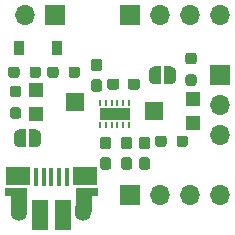
<source format=gts>
%TF.GenerationSoftware,KiCad,Pcbnew,(5.1.10)-1*%
%TF.CreationDate,2021-06-21T20:23:21-05:00*%
%TF.ProjectId,USB_Dual_Supply,5553425f-4475-4616-9c5f-537570706c79,rev?*%
%TF.SameCoordinates,Original*%
%TF.FileFunction,Soldermask,Top*%
%TF.FilePolarity,Negative*%
%FSLAX46Y46*%
G04 Gerber Fmt 4.6, Leading zero omitted, Abs format (unit mm)*
G04 Created by KiCad (PCBNEW (5.1.10)-1) date 2021-06-21 20:23:21*
%MOMM*%
%LPD*%
G01*
G04 APERTURE LIST*
%ADD10R,0.250000X0.500000*%
%ADD11R,2.650000X1.000000*%
%ADD12R,0.900000X1.200000*%
%ADD13R,1.350000X2.000000*%
%ADD14R,1.825000X0.700000*%
%ADD15R,2.000000X1.500000*%
%ADD16R,0.400000X1.650000*%
%ADD17O,1.100000X1.500000*%
%ADD18O,1.350000X1.700000*%
%ADD19R,1.430000X2.500000*%
%ADD20R,1.700000X1.700000*%
%ADD21O,1.700000X1.700000*%
%ADD22C,0.100000*%
%ADD23R,1.500000X1.600000*%
%ADD24R,1.200000X1.200000*%
G04 APERTURE END LIST*
D10*
%TO.C,U1*%
X138196000Y-117282000D03*
X138696000Y-117282000D03*
X139196000Y-117282000D03*
X139696000Y-117282000D03*
X140196000Y-117282000D03*
X140696000Y-117282000D03*
X140696000Y-115382000D03*
X140196000Y-115382000D03*
X139696000Y-115382000D03*
X139196000Y-115382000D03*
X138696000Y-115382000D03*
X138196000Y-115382000D03*
D11*
X139446000Y-116332000D03*
%TD*%
D12*
%TO.C,D1*%
X131318000Y-110744000D03*
X134618000Y-110744000D03*
%TD*%
%TO.C,C1*%
G36*
G01*
X138446500Y-118234000D02*
X138921500Y-118234000D01*
G75*
G02*
X139159000Y-118471500I0J-237500D01*
G01*
X139159000Y-119046500D01*
G75*
G02*
X138921500Y-119284000I-237500J0D01*
G01*
X138446500Y-119284000D01*
G75*
G02*
X138209000Y-119046500I0J237500D01*
G01*
X138209000Y-118471500D01*
G75*
G02*
X138446500Y-118234000I237500J0D01*
G01*
G37*
G36*
G01*
X138446500Y-119984000D02*
X138921500Y-119984000D01*
G75*
G02*
X139159000Y-120221500I0J-237500D01*
G01*
X139159000Y-120796500D01*
G75*
G02*
X138921500Y-121034000I-237500J0D01*
G01*
X138446500Y-121034000D01*
G75*
G02*
X138209000Y-120796500I0J237500D01*
G01*
X138209000Y-120221500D01*
G75*
G02*
X138446500Y-119984000I237500J0D01*
G01*
G37*
%TD*%
%TO.C,C2*%
G36*
G01*
X140558000Y-114029500D02*
X140558000Y-113554500D01*
G75*
G02*
X140795500Y-113317000I237500J0D01*
G01*
X141370500Y-113317000D01*
G75*
G02*
X141608000Y-113554500I0J-237500D01*
G01*
X141608000Y-114029500D01*
G75*
G02*
X141370500Y-114267000I-237500J0D01*
G01*
X140795500Y-114267000D01*
G75*
G02*
X140558000Y-114029500I0J237500D01*
G01*
G37*
G36*
G01*
X138808000Y-114029500D02*
X138808000Y-113554500D01*
G75*
G02*
X139045500Y-113317000I237500J0D01*
G01*
X139620500Y-113317000D01*
G75*
G02*
X139858000Y-113554500I0J-237500D01*
G01*
X139858000Y-114029500D01*
G75*
G02*
X139620500Y-114267000I-237500J0D01*
G01*
X139045500Y-114267000D01*
G75*
G02*
X138808000Y-114029500I0J237500D01*
G01*
G37*
%TD*%
%TO.C,C3*%
G36*
G01*
X140224500Y-118234000D02*
X140699500Y-118234000D01*
G75*
G02*
X140937000Y-118471500I0J-237500D01*
G01*
X140937000Y-119046500D01*
G75*
G02*
X140699500Y-119284000I-237500J0D01*
G01*
X140224500Y-119284000D01*
G75*
G02*
X139987000Y-119046500I0J237500D01*
G01*
X139987000Y-118471500D01*
G75*
G02*
X140224500Y-118234000I237500J0D01*
G01*
G37*
G36*
G01*
X140224500Y-119984000D02*
X140699500Y-119984000D01*
G75*
G02*
X140937000Y-120221500I0J-237500D01*
G01*
X140937000Y-120796500D01*
G75*
G02*
X140699500Y-121034000I-237500J0D01*
G01*
X140224500Y-121034000D01*
G75*
G02*
X139987000Y-120796500I0J237500D01*
G01*
X139987000Y-120221500D01*
G75*
G02*
X140224500Y-119984000I237500J0D01*
G01*
G37*
%TD*%
%TO.C,C4*%
G36*
G01*
X138159500Y-114430000D02*
X137684500Y-114430000D01*
G75*
G02*
X137447000Y-114192500I0J237500D01*
G01*
X137447000Y-113617500D01*
G75*
G02*
X137684500Y-113380000I237500J0D01*
G01*
X138159500Y-113380000D01*
G75*
G02*
X138397000Y-113617500I0J-237500D01*
G01*
X138397000Y-114192500D01*
G75*
G02*
X138159500Y-114430000I-237500J0D01*
G01*
G37*
G36*
G01*
X138159500Y-112680000D02*
X137684500Y-112680000D01*
G75*
G02*
X137447000Y-112442500I0J237500D01*
G01*
X137447000Y-111867500D01*
G75*
G02*
X137684500Y-111630000I237500J0D01*
G01*
X138159500Y-111630000D01*
G75*
G02*
X138397000Y-111867500I0J-237500D01*
G01*
X138397000Y-112442500D01*
G75*
G02*
X138159500Y-112680000I-237500J0D01*
G01*
G37*
%TD*%
%TO.C,C5*%
G36*
G01*
X142223500Y-119284000D02*
X141748500Y-119284000D01*
G75*
G02*
X141511000Y-119046500I0J237500D01*
G01*
X141511000Y-118471500D01*
G75*
G02*
X141748500Y-118234000I237500J0D01*
G01*
X142223500Y-118234000D01*
G75*
G02*
X142461000Y-118471500I0J-237500D01*
G01*
X142461000Y-119046500D01*
G75*
G02*
X142223500Y-119284000I-237500J0D01*
G01*
G37*
G36*
G01*
X142223500Y-121034000D02*
X141748500Y-121034000D01*
G75*
G02*
X141511000Y-120796500I0J237500D01*
G01*
X141511000Y-120221500D01*
G75*
G02*
X141748500Y-119984000I237500J0D01*
G01*
X142223500Y-119984000D01*
G75*
G02*
X142461000Y-120221500I0J-237500D01*
G01*
X142461000Y-120796500D01*
G75*
G02*
X142223500Y-121034000I-237500J0D01*
G01*
G37*
%TD*%
D13*
%TO.C,J1*%
X136837000Y-123629000D03*
X131357000Y-123629000D03*
D14*
X131137000Y-122879000D03*
X137087000Y-122879000D03*
D15*
X131237000Y-121579000D03*
X136987000Y-121559000D03*
D16*
X132787000Y-121679000D03*
X133437000Y-121679000D03*
X134087000Y-121679000D03*
X134737000Y-121679000D03*
X135387000Y-121679000D03*
D17*
X131667000Y-121559000D03*
X136507000Y-121559000D03*
D18*
X131357000Y-124559000D03*
X136817000Y-124559000D03*
D19*
X133127000Y-124829000D03*
X135047000Y-124829000D03*
%TD*%
D20*
%TO.C,J2*%
X134366000Y-107950000D03*
D21*
X131826000Y-107950000D03*
%TD*%
D20*
%TO.C,J3*%
X140716000Y-107950000D03*
D21*
X143256000Y-107950000D03*
X145796000Y-107950000D03*
X148336000Y-107950000D03*
%TD*%
%TO.C,J4*%
X148336000Y-123190000D03*
X145796000Y-123190000D03*
X143256000Y-123190000D03*
D20*
X140716000Y-123190000D03*
%TD*%
%TO.C,J5*%
X148336000Y-113030000D03*
D21*
X148336000Y-115570000D03*
X148336000Y-118110000D03*
%TD*%
D22*
%TO.C,JP1*%
G36*
X132230000Y-117614000D02*
G01*
X132730000Y-117614000D01*
X132730000Y-117614602D01*
X132754534Y-117614602D01*
X132803365Y-117619412D01*
X132851490Y-117628984D01*
X132898445Y-117643228D01*
X132943778Y-117662005D01*
X132987051Y-117685136D01*
X133027850Y-117712396D01*
X133065779Y-117743524D01*
X133100476Y-117778221D01*
X133131604Y-117816150D01*
X133158864Y-117856949D01*
X133181995Y-117900222D01*
X133200772Y-117945555D01*
X133215016Y-117992510D01*
X133224588Y-118040635D01*
X133229398Y-118089466D01*
X133229398Y-118114000D01*
X133230000Y-118114000D01*
X133230000Y-118614000D01*
X133229398Y-118614000D01*
X133229398Y-118638534D01*
X133224588Y-118687365D01*
X133215016Y-118735490D01*
X133200772Y-118782445D01*
X133181995Y-118827778D01*
X133158864Y-118871051D01*
X133131604Y-118911850D01*
X133100476Y-118949779D01*
X133065779Y-118984476D01*
X133027850Y-119015604D01*
X132987051Y-119042864D01*
X132943778Y-119065995D01*
X132898445Y-119084772D01*
X132851490Y-119099016D01*
X132803365Y-119108588D01*
X132754534Y-119113398D01*
X132730000Y-119113398D01*
X132730000Y-119114000D01*
X132230000Y-119114000D01*
X132230000Y-117614000D01*
G37*
G36*
X131430000Y-119113398D02*
G01*
X131405466Y-119113398D01*
X131356635Y-119108588D01*
X131308510Y-119099016D01*
X131261555Y-119084772D01*
X131216222Y-119065995D01*
X131172949Y-119042864D01*
X131132150Y-119015604D01*
X131094221Y-118984476D01*
X131059524Y-118949779D01*
X131028396Y-118911850D01*
X131001136Y-118871051D01*
X130978005Y-118827778D01*
X130959228Y-118782445D01*
X130944984Y-118735490D01*
X130935412Y-118687365D01*
X130930602Y-118638534D01*
X130930602Y-118614000D01*
X130930000Y-118614000D01*
X130930000Y-118114000D01*
X130930602Y-118114000D01*
X130930602Y-118089466D01*
X130935412Y-118040635D01*
X130944984Y-117992510D01*
X130959228Y-117945555D01*
X130978005Y-117900222D01*
X131001136Y-117856949D01*
X131028396Y-117816150D01*
X131059524Y-117778221D01*
X131094221Y-117743524D01*
X131132150Y-117712396D01*
X131172949Y-117685136D01*
X131216222Y-117662005D01*
X131261555Y-117643228D01*
X131308510Y-117628984D01*
X131356635Y-117619412D01*
X131405466Y-117614602D01*
X131430000Y-117614602D01*
X131430000Y-117614000D01*
X131930000Y-117614000D01*
X131930000Y-119114000D01*
X131430000Y-119114000D01*
X131430000Y-119113398D01*
G37*
%TD*%
%TO.C,JP2*%
G36*
X144160000Y-112280602D02*
G01*
X144184534Y-112280602D01*
X144233365Y-112285412D01*
X144281490Y-112294984D01*
X144328445Y-112309228D01*
X144373778Y-112328005D01*
X144417051Y-112351136D01*
X144457850Y-112378396D01*
X144495779Y-112409524D01*
X144530476Y-112444221D01*
X144561604Y-112482150D01*
X144588864Y-112522949D01*
X144611995Y-112566222D01*
X144630772Y-112611555D01*
X144645016Y-112658510D01*
X144654588Y-112706635D01*
X144659398Y-112755466D01*
X144659398Y-112780000D01*
X144660000Y-112780000D01*
X144660000Y-113280000D01*
X144659398Y-113280000D01*
X144659398Y-113304534D01*
X144654588Y-113353365D01*
X144645016Y-113401490D01*
X144630772Y-113448445D01*
X144611995Y-113493778D01*
X144588864Y-113537051D01*
X144561604Y-113577850D01*
X144530476Y-113615779D01*
X144495779Y-113650476D01*
X144457850Y-113681604D01*
X144417051Y-113708864D01*
X144373778Y-113731995D01*
X144328445Y-113750772D01*
X144281490Y-113765016D01*
X144233365Y-113774588D01*
X144184534Y-113779398D01*
X144160000Y-113779398D01*
X144160000Y-113780000D01*
X143660000Y-113780000D01*
X143660000Y-112280000D01*
X144160000Y-112280000D01*
X144160000Y-112280602D01*
G37*
G36*
X143360000Y-113780000D02*
G01*
X142860000Y-113780000D01*
X142860000Y-113779398D01*
X142835466Y-113779398D01*
X142786635Y-113774588D01*
X142738510Y-113765016D01*
X142691555Y-113750772D01*
X142646222Y-113731995D01*
X142602949Y-113708864D01*
X142562150Y-113681604D01*
X142524221Y-113650476D01*
X142489524Y-113615779D01*
X142458396Y-113577850D01*
X142431136Y-113537051D01*
X142408005Y-113493778D01*
X142389228Y-113448445D01*
X142374984Y-113401490D01*
X142365412Y-113353365D01*
X142360602Y-113304534D01*
X142360602Y-113280000D01*
X142360000Y-113280000D01*
X142360000Y-112780000D01*
X142360602Y-112780000D01*
X142360602Y-112755466D01*
X142365412Y-112706635D01*
X142374984Y-112658510D01*
X142389228Y-112611555D01*
X142408005Y-112566222D01*
X142431136Y-112522949D01*
X142458396Y-112482150D01*
X142489524Y-112444221D01*
X142524221Y-112409524D01*
X142562150Y-112378396D01*
X142602949Y-112351136D01*
X142646222Y-112328005D01*
X142691555Y-112309228D01*
X142738510Y-112294984D01*
X142786635Y-112285412D01*
X142835466Y-112280602D01*
X142860000Y-112280602D01*
X142860000Y-112280000D01*
X143360000Y-112280000D01*
X143360000Y-113780000D01*
G37*
%TD*%
%TO.C,R1*%
G36*
G01*
X133226000Y-112538500D02*
X133226000Y-113013500D01*
G75*
G02*
X132988500Y-113251000I-237500J0D01*
G01*
X132488500Y-113251000D01*
G75*
G02*
X132251000Y-113013500I0J237500D01*
G01*
X132251000Y-112538500D01*
G75*
G02*
X132488500Y-112301000I237500J0D01*
G01*
X132988500Y-112301000D01*
G75*
G02*
X133226000Y-112538500I0J-237500D01*
G01*
G37*
G36*
G01*
X131401000Y-112538500D02*
X131401000Y-113013500D01*
G75*
G02*
X131163500Y-113251000I-237500J0D01*
G01*
X130663500Y-113251000D01*
G75*
G02*
X130426000Y-113013500I0J237500D01*
G01*
X130426000Y-112538500D01*
G75*
G02*
X130663500Y-112301000I237500J0D01*
G01*
X131163500Y-112301000D01*
G75*
G02*
X131401000Y-112538500I0J-237500D01*
G01*
G37*
%TD*%
%TO.C,R2*%
G36*
G01*
X133728000Y-113013500D02*
X133728000Y-112538500D01*
G75*
G02*
X133965500Y-112301000I237500J0D01*
G01*
X134465500Y-112301000D01*
G75*
G02*
X134703000Y-112538500I0J-237500D01*
G01*
X134703000Y-113013500D01*
G75*
G02*
X134465500Y-113251000I-237500J0D01*
G01*
X133965500Y-113251000D01*
G75*
G02*
X133728000Y-113013500I0J237500D01*
G01*
G37*
G36*
G01*
X135553000Y-113013500D02*
X135553000Y-112538500D01*
G75*
G02*
X135790500Y-112301000I237500J0D01*
G01*
X136290500Y-112301000D01*
G75*
G02*
X136528000Y-112538500I0J-237500D01*
G01*
X136528000Y-113013500D01*
G75*
G02*
X136290500Y-113251000I-237500J0D01*
G01*
X135790500Y-113251000D01*
G75*
G02*
X135553000Y-113013500I0J237500D01*
G01*
G37*
%TD*%
%TO.C,R3*%
G36*
G01*
X143847000Y-118380500D02*
X143847000Y-118855500D01*
G75*
G02*
X143609500Y-119093000I-237500J0D01*
G01*
X143109500Y-119093000D01*
G75*
G02*
X142872000Y-118855500I0J237500D01*
G01*
X142872000Y-118380500D01*
G75*
G02*
X143109500Y-118143000I237500J0D01*
G01*
X143609500Y-118143000D01*
G75*
G02*
X143847000Y-118380500I0J-237500D01*
G01*
G37*
G36*
G01*
X145672000Y-118380500D02*
X145672000Y-118855500D01*
G75*
G02*
X145434500Y-119093000I-237500J0D01*
G01*
X144934500Y-119093000D01*
G75*
G02*
X144697000Y-118855500I0J237500D01*
G01*
X144697000Y-118380500D01*
G75*
G02*
X144934500Y-118143000I237500J0D01*
G01*
X145434500Y-118143000D01*
G75*
G02*
X145672000Y-118380500I0J-237500D01*
G01*
G37*
%TD*%
%TO.C,R4*%
G36*
G01*
X131301500Y-114891000D02*
X130826500Y-114891000D01*
G75*
G02*
X130589000Y-114653500I0J237500D01*
G01*
X130589000Y-114153500D01*
G75*
G02*
X130826500Y-113916000I237500J0D01*
G01*
X131301500Y-113916000D01*
G75*
G02*
X131539000Y-114153500I0J-237500D01*
G01*
X131539000Y-114653500D01*
G75*
G02*
X131301500Y-114891000I-237500J0D01*
G01*
G37*
G36*
G01*
X131301500Y-116716000D02*
X130826500Y-116716000D01*
G75*
G02*
X130589000Y-116478500I0J237500D01*
G01*
X130589000Y-115978500D01*
G75*
G02*
X130826500Y-115741000I237500J0D01*
G01*
X131301500Y-115741000D01*
G75*
G02*
X131539000Y-115978500I0J-237500D01*
G01*
X131539000Y-116478500D01*
G75*
G02*
X131301500Y-116716000I-237500J0D01*
G01*
G37*
%TD*%
%TO.C,R5*%
G36*
G01*
X146160500Y-113922000D02*
X145685500Y-113922000D01*
G75*
G02*
X145448000Y-113684500I0J237500D01*
G01*
X145448000Y-113184500D01*
G75*
G02*
X145685500Y-112947000I237500J0D01*
G01*
X146160500Y-112947000D01*
G75*
G02*
X146398000Y-113184500I0J-237500D01*
G01*
X146398000Y-113684500D01*
G75*
G02*
X146160500Y-113922000I-237500J0D01*
G01*
G37*
G36*
G01*
X146160500Y-112097000D02*
X145685500Y-112097000D01*
G75*
G02*
X145448000Y-111859500I0J237500D01*
G01*
X145448000Y-111359500D01*
G75*
G02*
X145685500Y-111122000I237500J0D01*
G01*
X146160500Y-111122000D01*
G75*
G02*
X146398000Y-111359500I0J-237500D01*
G01*
X146398000Y-111859500D01*
G75*
G02*
X146160500Y-112097000I-237500J0D01*
G01*
G37*
%TD*%
D23*
%TO.C,RV1*%
X136070000Y-115316000D03*
D24*
X132820000Y-116316000D03*
X132820000Y-114316000D03*
%TD*%
%TO.C,RV2*%
X146072000Y-117078000D03*
X146072000Y-115078000D03*
D23*
X142822000Y-116078000D03*
%TD*%
M02*

</source>
